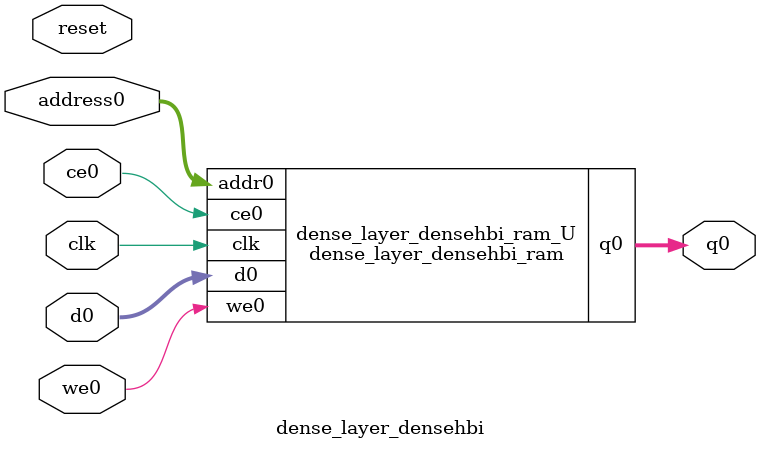
<source format=v>
`timescale 1 ns / 1 ps
module dense_layer_densehbi_ram (addr0, ce0, d0, we0, q0,  clk);

parameter DWIDTH = 32;
parameter AWIDTH = 4;
parameter MEM_SIZE = 10;

input[AWIDTH-1:0] addr0;
input ce0;
input[DWIDTH-1:0] d0;
input we0;
output reg[DWIDTH-1:0] q0;
input clk;

(* ram_style = "distributed" *)reg [DWIDTH-1:0] ram[0:MEM_SIZE-1];




always @(posedge clk)  
begin 
    if (ce0) 
    begin
        if (we0) 
        begin 
            ram[addr0] <= d0; 
        end 
        q0 <= ram[addr0];
    end
end


endmodule

`timescale 1 ns / 1 ps
module dense_layer_densehbi(
    reset,
    clk,
    address0,
    ce0,
    we0,
    d0,
    q0);

parameter DataWidth = 32'd32;
parameter AddressRange = 32'd10;
parameter AddressWidth = 32'd4;
input reset;
input clk;
input[AddressWidth - 1:0] address0;
input ce0;
input we0;
input[DataWidth - 1:0] d0;
output[DataWidth - 1:0] q0;



dense_layer_densehbi_ram dense_layer_densehbi_ram_U(
    .clk( clk ),
    .addr0( address0 ),
    .ce0( ce0 ),
    .we0( we0 ),
    .d0( d0 ),
    .q0( q0 ));

endmodule


</source>
